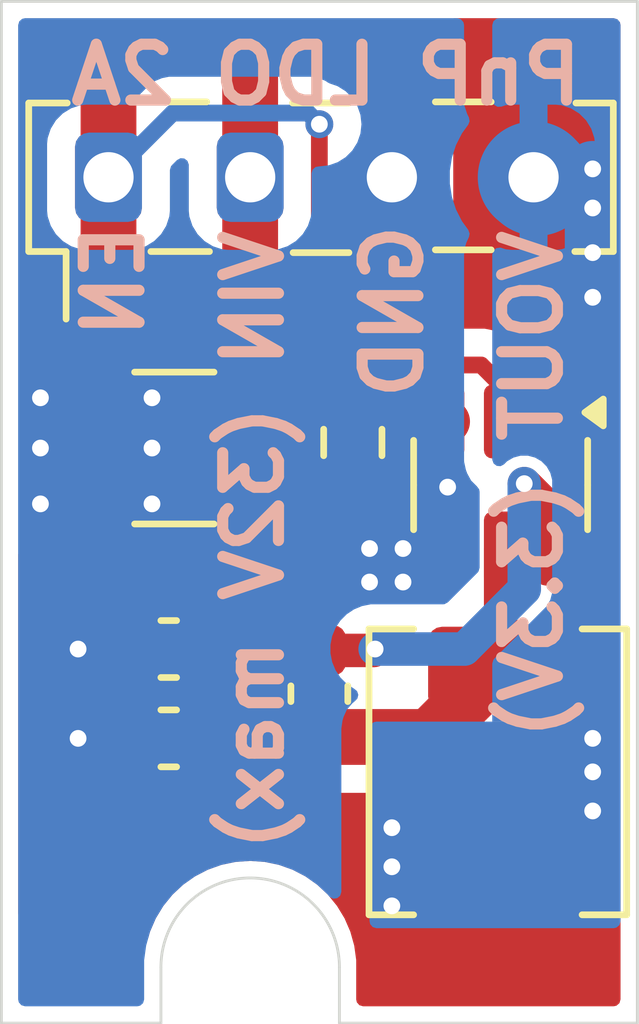
<source format=kicad_pcb>
(kicad_pcb (version 20240108) (generator "pcbnew") (generator_version "8.0")
  (title_block (title "PlugAndPlay 32V in, 3.3V out, 2A regulator") (date "2025-09-29") (rev "1") (company "A.B. Yazamut"))
  (layers (0 "F.Cu" signal) (31 "B.Cu" signal) (34 "B.Paste" user) (35 "F.Paste" user) (36 "B.SilkS" user "B.Silkscreen") (37 "F.SilkS" user "F.Silkscreen") (38 "B.Mask" user) (39 "F.Mask" user) (44 "Edge.Cuts" user))
  (net 0 "")
  (net 1 "VIN")
  (net 2 "GND")
  (net 3 "VCC(3.3V)")
  (net 4 "Net-(U1-BST)")
  (net 5 "Net-(U1-SW)")
  (net 6 "EN")
  (footprint "Capacitor_SMD:C_0603_1608Metric" (layer "F.Cu") (at 60.2 51.7 180)
    (property "Reference" "C3" (hide yes))
    (property "Value" "22uF" (hide yes))
    (fp_line (start -0.14058 0.51) (end 0.14058 0.51) (stroke (width 0.12)) (layer "F.SilkS"))
    (fp_line (start -0.14058 -0.51) (end 0.14058 -0.51) (stroke (width 0.12)) (layer "F.SilkS"))
    (pad "1" smd roundrect (at -0.775 0 180) (size 0.9 0.95) (layers "F.Cu" "F.Paste" "F.Mask") (net 3 "VCC(3.3V)"))
    (pad "2" smd roundrect (at 0.775 0 180) (size 0.9 0.95) (layers "F.Cu" "F.Paste" "F.Mask") (net 2 "GND"))
  )
  (footprint "Capacitor_SMD:C_0603_1608Metric" (layer "F.Cu") (at 60.2 53.3 180)
    (property "Reference" "C4" (hide yes))
    (property "Value" "22uF" (hide yes))
    (fp_line (start -0.14058 0.51) (end 0.14058 0.51) (stroke (width 0.12)) (layer "F.SilkS"))
    (fp_line (start -0.14058 -0.51) (end 0.14058 -0.51) (stroke (width 0.12)) (layer "F.SilkS"))
    (pad "1" smd roundrect (at -0.775 0 180) (size 0.9 0.95) (layers "F.Cu" "F.Paste" "F.Mask") (net 3 "VCC(3.3V)"))
    (pad "2" smd roundrect (at 0.775 0 180) (size 0.9 0.95) (layers "F.Cu" "F.Paste" "F.Mask") (net 2 "GND"))
  )
  (footprint "Library:PinSocket_1x04_P2.54mm_Vertical_SMD_Pin1Left" (layer "F.Cu") (at 62.93 43.25 90)
    (property "Reference" "J1" (hide yes))
    (property "Value" "PinSocket_1x04_P2.54mm_Vertical_SMD_Pin1Left" (hide yes))
    (fp_line (start 1.33 -5.24) (end 1.33 -4.55) (stroke (width 0.12)) (layer "F.SilkS"))
    (fp_line (start -1.33 -5.24) (end 1.33 -5.24) (stroke (width 0.12)) (layer "F.SilkS"))
    (fp_line (start -1.33 -5.24) (end -1.33 -4.57) (stroke (width 0.12)) (layer "F.SilkS"))
    (fp_line (start -2.54 -4.57) (end -1.33 -4.57) (stroke (width 0.12)) (layer "F.SilkS"))
    (fp_line (start 1.35 -3.05) (end 1.35 -2.05) (stroke (width 0.12)) (layer "F.SilkS"))
    (fp_line (start -1.33 -3.05) (end -1.33 -2) (stroke (width 0.12)) (layer "F.SilkS"))
    (fp_line (start 1.33 -0.51) (end 1.33 0.5) (stroke (width 0.12)) (layer "F.SilkS"))
    (fp_line (start -1.35 -0.5) (end -1.35 0.5) (stroke (width 0.12)) (layer "F.SilkS"))
    (fp_line (start 1.35 2.05) (end 1.35 3.05) (stroke (width 0.12)) (layer "F.SilkS"))
    (fp_line (start -1.3 2.05) (end -1.3 3.05) (stroke (width 0.12)) (layer "F.SilkS"))
    (fp_line (start -1.33 4.55) (end -1.33 5.24) (stroke (width 0.12)) (layer "F.SilkS"))
    (fp_line (start 1.33 4.57) (end 1.33 5.24) (stroke (width 0.12)) (layer "F.SilkS"))
    (fp_line (start -1.33 5.24) (end 1.33 5.24) (stroke (width 0.12)) (layer "F.SilkS"))
    (pad "1" smd rect (at -1.65 -3.81 90) (size 1.9 1) (layers "F.Cu" "F.Paste" "F.Mask") (net 6 "EN"))
    (pad "1" thru_hole roundrect (at 0 -3.81 90) (size 1.6 1.2) (drill 0.9) (layers "*.Cu" "*.Mask" "In1.Cu" "In2.Cu" "In3.Cu" "In4.Cu" "In5.Cu" "In6.Cu" "In7.Cu" "In8.Cu" "In9.Cu" "In10.Cu" "In11.Cu" "In12.Cu" "In13.Cu" "In14.Cu" "In15.Cu" "In16.Cu" "In17.Cu" "In18.Cu" "In19.Cu" "In20.Cu" "In21.Cu" "In22.Cu" "In23.Cu" "In24.Cu" "In25.Cu" "In26.Cu" "In27.Cu" "In28.Cu" "In29.Cu" "In30.Cu") (roundrect_rratio 0.2083333333) (net 6 "EN"))
    (pad "1" smd rect (at 1.65 -3.81 90) (size 1.9 1) (layers "F.Cu" "F.Paste" "F.Mask") (net 6 "EN"))
    (pad "2" smd rect (at -1.65 -1.27 90) (size 1.9 1) (layers "F.Cu" "F.Paste" "F.Mask") (net 1 "VIN"))
    (pad "2" thru_hole roundrect (at 0 -1.27 90) (size 1.6 1.2) (drill 0.9) (layers "*.Cu" "*.Mask" "In1.Cu" "In2.Cu" "In3.Cu" "In4.Cu" "In5.Cu" "In6.Cu" "In7.Cu" "In8.Cu" "In9.Cu" "In10.Cu" "In11.Cu" "In12.Cu" "In13.Cu" "In14.Cu" "In15.Cu" "In16.Cu" "In17.Cu" "In18.Cu" "In19.Cu" "In20.Cu" "In21.Cu" "In22.Cu" "In23.Cu" "In24.Cu" "In25.Cu" "In26.Cu" "In27.Cu" "In28.Cu" "In29.Cu" "In30.Cu") (roundrect_rratio 0.2083333333) (net 1 "VIN"))
    (pad "2" smd rect (at 1.65 -1.27 90) (size 1.9 1) (layers "F.Cu" "F.Paste" "F.Mask") (net 1 "VIN"))
    (pad "3" smd rect (at -1.65 1.27 90) (size 1.9 1) (layers "F.Cu" "F.Paste" "F.Mask") (net 2 "GND"))
    (pad "3" thru_hole roundrect (at 0 1.27 90) (size 1.6 1.2) (drill 0.9) (layers "*.Cu" "*.Mask" "In1.Cu" "In2.Cu" "In3.Cu" "In4.Cu" "In5.Cu" "In6.Cu" "In7.Cu" "In8.Cu" "In9.Cu" "In10.Cu" "In11.Cu" "In12.Cu" "In13.Cu" "In14.Cu" "In15.Cu" "In16.Cu" "In17.Cu" "In18.Cu" "In19.Cu" "In20.Cu" "In21.Cu" "In22.Cu" "In23.Cu" "In24.Cu" "In25.Cu" "In26.Cu" "In27.Cu" "In28.Cu" "In29.Cu" "In30.Cu") (roundrect_rratio 0.2083333333) (net 2 "GND"))
    (pad "3" smd rect (at 1.65 1.27 90) (size 1.9 1) (layers "F.Cu" "F.Paste" "F.Mask") (net 2 "GND"))
    (pad "4" smd rect (at -1.65 3.81 90) (size 1.9 1) (layers "F.Cu" "F.Paste" "F.Mask") (net 3 "VCC(3.3V)"))
    (pad "4" thru_hole roundrect (at 0 3.81 90) (size 1.6 1.2) (drill 0.9) (layers "*.Cu" "*.Mask" "In1.Cu" "In2.Cu" "In3.Cu" "In4.Cu" "In5.Cu" "In6.Cu" "In7.Cu" "In8.Cu" "In9.Cu" "In10.Cu" "In11.Cu" "In12.Cu" "In13.Cu" "In14.Cu" "In15.Cu" "In16.Cu" "In17.Cu" "In18.Cu" "In19.Cu" "In20.Cu" "In21.Cu" "In22.Cu" "In23.Cu" "In24.Cu" "In25.Cu" "In26.Cu" "In27.Cu" "In28.Cu" "In29.Cu" "In30.Cu") (roundrect_rratio 0.2083333333) (net 3 "VCC(3.3V)"))
    (pad "4" smd rect (at 1.65 3.81 90) (size 1.9 1) (layers "F.Cu" "F.Paste" "F.Mask") (net 3 "VCC(3.3V)"))
  )
  (footprint "Inductor_SMD:L_Chilisin_BMRA00040420" (layer "F.Cu") (at 66.1 53.9 -90)
    (property "Reference" "L1" (hide yes))
    (property "Value" "4.7uH" (hide yes))
    (fp_line (start -2.56 2.31) (end 2.56 2.31) (stroke (width 0.12)) (layer "F.SilkS"))
    (fp_line (start -2.56 2.31) (end -2.56 1.51) (stroke (width 0.12)) (layer "F.SilkS"))
    (fp_line (start 2.56 2.31) (end 2.56 1.51) (stroke (width 0.12)) (layer "F.SilkS"))
    (fp_line (start -2.56 -2.31) (end -2.56 -1.51) (stroke (width 0.12)) (layer "F.SilkS"))
    (fp_line (start -2.56 -2.31) (end 2.56 -2.31) (stroke (width 0.12)) (layer "F.SilkS"))
    (fp_line (start 2.56 -2.31) (end 2.56 -1.51) (stroke (width 0.12)) (layer "F.SilkS"))
    (pad "1" smd roundrect (at -1.85 0 270) (size 1.5 2.5) (layers "F.Cu" "F.Paste" "F.Mask") (roundrect_rratio 0.166667) (net 5 "Net-(U1-SW)"))
    (pad "2" smd roundrect (at 1.85 0 270) (size 1.5 2.5) (layers "F.Cu" "F.Paste" "F.Mask") (roundrect_rratio 0.166667) (net 3 "VCC(3.3V)"))
  )
  (footprint "Capacitor_SMD:C_0603_1608Metric" (layer "F.Cu") (at 62.9 52.5 -90)
    (property "Reference" "C2" (hide yes))
    (property "Value" "0.1uF" (hide yes))
    (fp_line (start -0.14058 0.51) (end 0.14058 0.51) (stroke (width 0.12)) (layer "F.SilkS"))
    (fp_line (start -0.14058 -0.51) (end 0.14058 -0.51) (stroke (width 0.12)) (layer "F.SilkS"))
    (pad "1" smd roundrect (at -0.775 0 270) (size 0.9 0.95) (layers "F.Cu" "F.Paste" "F.Mask") (net 4 "Net-(U1-BST)"))
    (pad "2" smd roundrect (at 0.775 0 270) (size 0.9 0.95) (layers "F.Cu" "F.Paste" "F.Mask") (net 5 "Net-(U1-SW)"))
  )
  (footprint "Resistor_SMD:R_0603_1608Metric" (layer "F.Cu") (at 63.5 48 90)
    (property "Reference" "R1" (hide yes))
    (property "Value" "100K" (hide yes))
    (fp_line (start -0.237258 -0.5225) (end 0.237258 -0.5225) (stroke (width 0.12)) (layer "F.SilkS"))
    (fp_line (start -0.237258 0.5225) (end 0.237258 0.5225) (stroke (width 0.12)) (layer "F.SilkS"))
    (pad "1" smd roundrect (at -0.825 0 90) (size 0.8 0.95) (layers "F.Cu" "F.Paste" "F.Mask") (net 1 "VIN"))
    (pad "2" smd roundrect (at 0.825 0 90) (size 0.8 0.95) (layers "F.Cu" "F.Paste" "F.Mask") (net 6 "EN"))
  )
  (footprint "Package_TO_SOT_SMD:TSOT-23-6" (layer "F.Cu") (at 66.15 48.7625 -90)
    (property "Reference" "U1" (hide yes))
    (property "Value" "AP63203WU" (hide yes))
    (fp_line (start 0 1.56) (end -0.8 1.56) (stroke (width 0.12)) (layer "F.SilkS"))
    (fp_line (start 0 1.56) (end 0.8 1.56) (stroke (width 0.12)) (layer "F.SilkS"))
    (fp_line (start 0 -1.56) (end -0.8 -1.56) (stroke (width 0.12)) (layer "F.SilkS"))
    (fp_line (start 0 -1.56) (end 0.8 -1.56) (stroke (width 0.12)) (layer "F.SilkS"))
    (fp_poly (pts (xy -1.3 -1.51) (xy -1.54 -1.84) (xy -1.06 -1.84) (xy -1.3 -1.51)) (stroke (width 0.12)) (fill solid) (layer "F.SilkS"))
    (pad "1" smd roundrect (at -1.1375 -0.95 270) (size 1.325 0.6) (layers "F.Cu" "F.Paste" "F.Mask") (net 3 "VCC(3.3V)"))
    (pad "2" smd roundrect (at -1.1375 0 270) (size 1.325 0.6) (layers "F.Cu" "F.Paste" "F.Mask") (net 6 "EN"))
    (pad "3" smd roundrect (at -1.1375 0.95 270) (size 1.325 0.6) (layers "F.Cu" "F.Paste" "F.Mask") (net 1 "VIN"))
    (pad "4" smd roundrect (at 1.1375 0.95 270) (size 1.325 0.6) (layers "F.Cu" "F.Paste" "F.Mask") (net 2 "GND"))
    (pad "5" smd roundrect (at 1.1375 0 270) (size 1.325 0.6) (layers "F.Cu" "F.Paste" "F.Mask") (net 5 "Net-(U1-SW)"))
    (pad "6" smd roundrect (at 1.1375 -0.95 270) (size 1.325 0.6) (layers "F.Cu" "F.Paste" "F.Mask") (net 4 "Net-(U1-BST)"))
  )
  (footprint "Fiducial:Fiducial_1mm_Mask2mm" (layer "F.Cu") (at 58.6 57)
    (property "Reference" "REF**" (hide yes))
    (property "Value" "Fiducial_1mm_Mask2mm" (hide yes))
    (pad "" smd circle (at 0 0) (size 1 1) (layers "F.Cu" "F.Mask") (clearance 0.5))
  )
  (footprint "Capacitor_SMD:C_1210_3225Metric" (layer "F.Cu") (at 60.3 48.1 180)
    (property "Reference" "C1" (hide yes))
    (property "Value" "10uF" (hide yes))
    (fp_line (start -0.711252 1.36) (end 0.711252 1.36) (stroke (width 0.12)) (layer "F.SilkS"))
    (fp_line (start -0.711252 -1.36) (end 0.711252 -1.36) (stroke (width 0.12)) (layer "F.SilkS"))
    (pad "1" smd roundrect (at -1.475 0 180) (size 1.15 2.7) (layers "F.Cu" "F.Paste" "F.Mask") (roundrect_rratio 0.217391) (net 1 "VIN"))
    (pad "2" smd roundrect (at 1.475 0 180) (size 1.15 2.7) (layers "F.Cu" "F.Paste" "F.Mask") (roundrect_rratio 0.217391) (net 2 "GND"))
  )
  (gr_line (start 63.26 58.4) (end 63.26 57.4) (stroke (width 0.05)) (layer "Edge.Cuts"))
  (gr_line (start 68.6 40.1) (end 68.6 58.4) (stroke (width 0.05)) (layer "Edge.Cuts"))
  (gr_line (start 57.2 58.4) (end 57.2 40.1) (stroke (width 0.05)) (layer "Edge.Cuts"))
  (gr_line (start 57.2 40.1) (end 68.6 40.1) (stroke (width 0.05)) (layer "Edge.Cuts"))
  (gr_line (start 60.06 58.4) (end 60.06 57.4) (stroke (width 0.05)) (layer "Edge.Cuts"))
  (gr_arc (start 60.06 57.4) (mid 61.66 55.8) (end 63.26 57.4) (stroke (width 0.05)) (layer "Edge.Cuts"))
  (gr_line (start 68.6 58.4) (end 63.26 58.4) (stroke (width 0.05)) (layer "Edge.Cuts"))
  (gr_line (start 60.06 58.4) (end 57.2 58.4) (stroke (width 0.05)) (layer "Edge.Cuts"))
  (gr_text "PnP LDO 2A" (at 67.7 42 0) (layer "B.SilkS") (effects (font (size 1 1) (thickness 0.2) (bold yes)) (justify left bottom mirror)))
  (gr_text "EN" (at 59.8 44 90) (layer "B.SilkS") (effects (font (size 1 1) (thickness 0.2) (bold yes)) (justify left bottom mirror)))
  (gr_text "VIN (32V max)" (at 62.3 44.1 90) (layer "B.SilkS") (effects (font (size 1 1) (thickness 0.2) (bold yes)) (justify left bottom mirror)))
  (gr_text "VOUT (3.3V)" (at 67.3 44.1 90) (layer "B.SilkS") (effects (font (size 1 1) (thickness 0.2) (bold yes)) (justify left bottom mirror)))
  (gr_text "GND" (at 64.8 44 90) (layer "B.SilkS") (effects (font (size 1 1) (thickness 0.2) (bold yes)) (justify left bottom mirror)))
  (segment (start 61.66 47.985) (end 61.775 48.1) (width 1) (layer "F.Cu") (net 1))
  (segment (start 63.5 48.825) (end 63.675 48.825) (width 0.8) (layer "F.Cu") (net 1))
  (segment (start 61.66 47.91) (end 61.85 48.1) (width 1) (layer "F.Cu") (net 1))
  (segment (start 63.675 48.825) (end 64.875 47.625) (width 0.8) (layer "F.Cu") (net 1))
  (segment (start 63.5 48.825) (end 62.5 48.825) (width 1) (layer "F.Cu") (net 1))
  (segment (start 62.5 48.825) (end 61.775 48.1) (width 1) (layer "F.Cu") (net 1))
  (segment (start 61.66 44.9) (end 61.66 47.985) (width 1) (layer "F.Cu") (net 1))
  (segment (start 64.875 47.625) (end 65.2 47.625) (width 0.8) (layer "F.Cu") (net 1))
  (segment (start 59.9 49.1) (end 58.9 49.1) (width 0.6) (layer "F.Cu") (net 2))
  (segment (start 59.9 47.2) (end 59.5 47.2) (width 0.6) (layer "F.Cu") (net 2))
  (segment (start 59.9 47.2) (end 59.9 49) (width 0.6) (layer "F.Cu") (net 2))
  (segment (start 59.425 51.7) (end 59.425 53.3) (width 0.6) (layer "F.Cu") (net 2))
  (segment (start 57.825 49.1) (end 58.225 49.1) (width 0.6) (layer "F.Cu") (net 2))
  (segment (start 59.5 47.2) (end 58.9 47.2) (width 0.6) (layer "F.Cu") (net 2))
  (segment (start 57.825 48.1) (end 57.825 49.1) (width 0.6) (layer "F.Cu") (net 2))
  (segment (start 58.825 48.1) (end 57.825 48.1) (width 0.6) (layer "F.Cu") (net 2))
  (segment (start 64.4 49.9) (end 64.4 50.5) (width 0.6) (layer "F.Cu") (net 2))
  (segment (start 59.425 53.3) (end 58.575 53.3) (width 0.6) (layer "F.Cu") (net 2))
  (segment (start 63.8 50.5) (end 64.6 50.5) (width 0.6) (layer "F.Cu") (net 2))
  (segment (start 65.2 49.9) (end 64.4 49.9) (width 0.6) (layer "F.Cu") (net 2))
  (segment (start 58.575 51.7) (end 59.425 51.7) (width 0.6) (layer "F.Cu") (net 2))
  (segment (start 58.225 49.1) (end 58.225 47.2) (width 0.6) (layer "F.Cu") (net 2))
  (segment (start 57.825 47.2) (end 58.625 47.2) (width 0.6) (layer "F.Cu") (net 2))
  (segment (start 63.8 49.9) (end 63.8 50.5) (width 0.6) (layer "F.Cu") (net 2))
  (segment (start 59.9 48.1) (end 58.9 48.1) (width 0.6) (layer "F.Cu") (net 2))
  (segment (start 57.825 48.1) (end 57.825 47.2) (width 0.6) (layer "F.Cu") (net 2))
  (segment (start 64.6 50.5) (end 65.2 49.9) (width 0.6) (layer "F.Cu") (net 2))
  (segment (start 59.5 47.2) (end 59.5 49) (width 0.6) (layer "F.Cu") (net 2))
  (segment (start 64.4 49.9) (end 63.8 49.9) (width 0.6) (layer "F.Cu") (net 2))
  (segment (start 58.225 49.1) (end 58.525 49.1) (width 0.6) (layer "F.Cu") (net 2))
  (segment (start 65.2 49.9) (end 65.2 48.8) (width 0.6) (layer "F.Cu") (net 2))
  (via (at 59.9 47.2) (size 0.5) (drill 0.3) (layers "F.Cu" "B.Cu") (net 2))
  (via (at 63.8 50.5) (size 0.5) (drill 0.3) (layers "F.Cu" "B.Cu") (net 2))
  (via (at 65.2 48.8) (size 0.5) (drill 0.3) (layers "F.Cu" "B.Cu") (net 2))
  (via (at 58.575 53.3) (size 0.5) (drill 0.3) (layers "F.Cu" "B.Cu") (net 2))
  (via (at 59.9 49.1) (size 0.5) (drill 0.3) (layers "F.Cu" "B.Cu") (net 2))
  (via (at 59.9 48.1) (size 0.5) (drill 0.3) (layers "F.Cu" "B.Cu") (net 2))
  (via (at 64.4 50.5) (size 0.5) (drill 0.3) (layers "F.Cu" "B.Cu") (net 2))
  (via (at 57.9 47.2) (size 0.5) (drill 0.3) (layers "F.Cu" "B.Cu") (net 2))
  (via (at 58.575 51.7) (size 0.5) (drill 0.3) (layers "F.Cu" "B.Cu") (net 2))
  (via (at 57.9 48.1) (size 0.5) (drill 0.3) (layers "F.Cu" "B.Cu") (net 2))
  (via (at 57.9 49.1) (size 0.5) (drill 0.3) (layers "F.Cu" "B.Cu") (net 2))
  (via (at 63.8 49.9) (size 0.5) (drill 0.3) (layers "F.Cu" "B.Cu") (net 2))
  (via (at 64.4 49.9) (size 0.5) (drill 0.3) (layers "F.Cu" "B.Cu") (net 2))
  (via (at 67.8 45.4) (size 0.5) (drill 0.3) (layers "F.Cu" "B.Cu") (net 3))
  (via (at 64.2 54.9) (size 0.5) (drill 0.3) (layers "F.Cu" "B.Cu") (net 3))
  (via (at 67.8 53.3) (size 0.5) (drill 0.3) (layers "F.Cu" "B.Cu") (net 3))
  (via (at 67.8 44.6) (size 0.5) (drill 0.3) (layers "F.Cu" "B.Cu") (net 3))
  (via (at 64.2 56.3) (size 0.5) (drill 0.3) (layers "F.Cu" "B.Cu") (net 3))
  (via (at 67.8 43.1) (size 0.5) (drill 0.3) (layers "F.Cu" "B.Cu") (net 3))
  (via (at 67.8 53.9) (size 0.5) (drill 0.3) (layers "F.Cu" "B.Cu") (net 3))
  (via (at 64.2 55.6) (size 0.5) (drill 0.3) (layers "F.Cu" "B.Cu") (net 3))
  (via (at 67.8 54.6) (size 0.5) (drill 0.3) (layers "F.Cu" "B.Cu") (net 3))
  (via (at 67.8 43.8) (size 0.5) (drill 0.3) (layers "F.Cu" "B.Cu") (net 3))
  (segment (start 66.74 43.25) (end 66.75 43.25) (width 2) (layer "B.Cu") (net 3))
  (segment (start 67.8 53.9) (end 67.8 54.6) (width 1) (layer "B.Cu") (net 3))
  (segment (start 67.3 43.3) (end 67.8 43.8) (width 1) (layer "B.Cu") (net 3))
  (segment (start 66.75 43.25) (end 66.8 43.3) (width 2) (layer "B.Cu") (net 3))
  (segment (start 67.8 43.1) (end 67.8 53.3) (width 1) (layer "B.Cu") (net 3))
  (segment (start 67.8 53.3) (end 67.8 53.9) (width 1) (layer "B.Cu") (net 3))
  (segment (start 67.8 54.6) (end 67.8 56) (width 1) (layer "B.Cu") (net 3))
  (segment (start 62.9 51.725) (end 63.875 51.725) (width 0.6) (layer "F.Cu") (net 4))
  (segment (start 63.875 51.725) (end 63.9 51.7) (width 0.6) (layer "F.Cu") (net 4))
  (segment (start 67.1 49.9) (end 67.1 49.264106) (width 0.6) (layer "F.Cu") (net 4))
  (segment (start 67.1 49.264106) (end 66.573394 48.7375) (width 0.6) (layer "F.Cu") (net 4))
  (via (at 63.9 51.7) (size 0.5) (drill 0.3) (layers "F.Cu" "B.Cu") (net 4))
  (via (at 66.573394 48.7375) (size 0.5) (drill 0.3) (layers "F.Cu" "B.Cu") (net 4))
  (segment (start 66.573394 48.7375) (end 66.573394 50.626606) (width 0.6) (layer "B.Cu") (net 4))
  (segment (start 66.573394 50.626606) (end 65.5 51.7) (width 0.6) (layer "B.Cu") (net 4))
  (segment (start 65.5 51.7) (end 63.9 51.7) (width 0.6) (layer "B.Cu") (net 4))
  (segment (start 64.875 53.275) (end 62.9 53.275) (width 1) (layer "F.Cu") (net 5))
  (segment (start 66.15 52) (end 66.1 52.05) (width 0.6) (layer "F.Cu") (net 5))
  (segment (start 66.1 52.05) (end 64.875 53.275) (width 1) (layer "F.Cu") (net 5))
  (segment (start 66.15 49.9) (end 66.15 52) (width 0.6) (layer "F.Cu") (net 5))
  (segment (start 62.9 42.3) (end 62.9 46.575) (width 0.3) (layer "F.Cu") (net 6))
  (segment (start 62.9 46.575) (end 63.5 47.175) (width 0.3) (layer "F.Cu") (net 6))
  (segment (start 66.15 46.962501) (end 65.799999 46.6125) (width 0.3) (layer "F.Cu") (net 6))
  (segment (start 64.0625 46.6125) (end 63.5 47.175) (width 0.3) (layer "F.Cu") (net 6))
  (segment (start 66.15 47.625) (end 66.15 46.962501) (width 0.3) (layer "F.Cu") (net 6))
  (segment (start 65.799999 46.6125) (end 64.0625 46.6125) (width 0.3) (layer "F.Cu") (net 6))
  (via (at 62.9 42.3) (size 0.5) (drill 0.3) (layers "F.Cu" "B.Cu") (net 6))
  (segment (start 60.27 42.1) (end 59.12 43.25) (width 0.3) (layer "B.Cu") (net 6))
  (segment (start 62.7 42.1) (end 60.27 42.1) (width 0.3) (layer "B.Cu") (net 6))
  (segment (start 62.9 42.3) (end 62.7 42.1) (width 0.3) (layer "B.Cu") (net 6))
  (zone (net 3) (net_name "VCC(3.3V)") (layer "F.Cu") (name "VCC") (connect_pads yes (clearance 0.5)) (min_thickness 0.25) (fill yes (thermal_gap 0.5) (thermal_bridge_width 0.5))
    (polygon (pts (xy 57.2 40.1) (xy 68.6 40.1) (xy 68.6 58.4) (xy 57.2 58.4)))
  )
  (zone (net 3) (net_name "VCC(3.3V)") (layer "B.Cu") (priority 3) (connect_pads (clearance 0)) (min_thickness 0.25) (fill yes (thermal_gap 0.5) (thermal_bridge_width 0.5))
    (polygon (pts (xy 66 53) (xy 68.3 53) (xy 68.3 40.4) (xy 66 40.4)))
  )
  (zone (net 2) (net_name "GND") (layer "B.Cu") (name "GND") (priority 1) (connect_pads yes (clearance 0.5)) (min_thickness 0.25) (fill yes (thermal_gap 0.5) (thermal_bridge_width 0.5))
    (polygon (pts (xy 57.2 40.1) (xy 68.6 40.1) (xy 68.6 58.4) (xy 57.2 58.4)))
  )
  (zone (net 3) (net_name "VCC(3.3V)") (layer "B.Cu") (priority 2) (connect_pads (clearance 0)) (min_thickness 0.25) (fill yes (thermal_gap 0.5) (thermal_bridge_width 0.5))
    (polygon (pts (xy 63.8 56.7) (xy 68.3 56.7) (xy 68.3 53) (xy 63.8 53)))
  )
)
</source>
